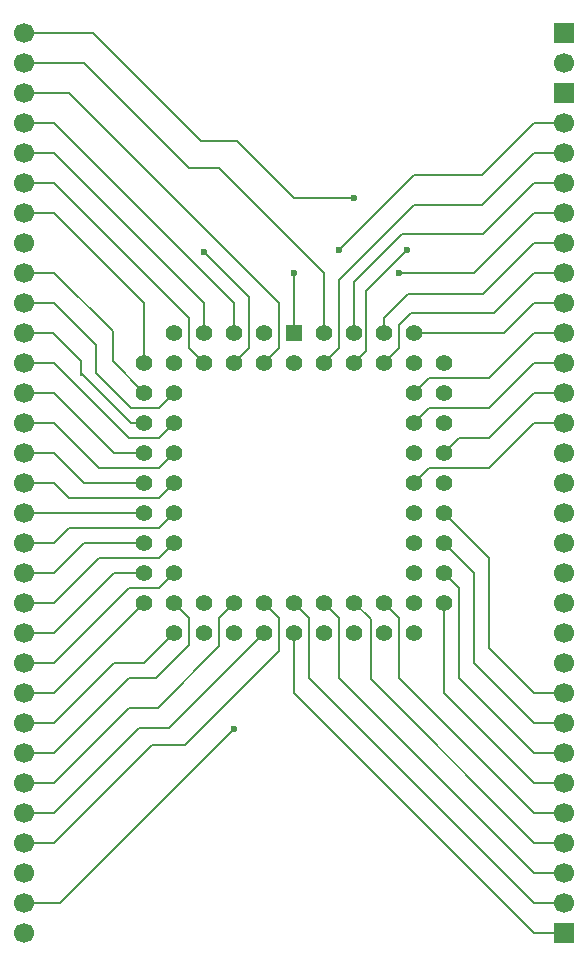
<source format=gtl>
G04 #@! TF.GenerationSoftware,KiCad,Pcbnew,9.0.1*
G04 #@! TF.CreationDate,2025-04-04T22:38:55+02:00*
G04 #@! TF.ProjectId,80286,38303238-362e-46b6-9963-61645f706362,rev?*
G04 #@! TF.SameCoordinates,Original*
G04 #@! TF.FileFunction,Copper,L1,Top*
G04 #@! TF.FilePolarity,Positive*
%FSLAX46Y46*%
G04 Gerber Fmt 4.6, Leading zero omitted, Abs format (unit mm)*
G04 Created by KiCad (PCBNEW 9.0.1) date 2025-04-04 22:38:55*
%MOMM*%
%LPD*%
G01*
G04 APERTURE LIST*
G04 #@! TA.AperFunction,ComponentPad*
%ADD10C,1.422400*%
G04 #@! TD*
G04 #@! TA.AperFunction,ComponentPad*
%ADD11R,1.422400X1.422400*%
G04 #@! TD*
G04 #@! TA.AperFunction,ComponentPad*
%ADD12C,1.700000*%
G04 #@! TD*
G04 #@! TA.AperFunction,ComponentPad*
%ADD13R,1.700000X1.700000*%
G04 #@! TD*
G04 #@! TA.AperFunction,ViaPad*
%ADD14C,0.600000*%
G04 #@! TD*
G04 #@! TA.AperFunction,Conductor*
%ADD15C,0.200000*%
G04 #@! TD*
G04 APERTURE END LIST*
D10*
X76200000Y-77900000D03*
X76200000Y-75360000D03*
X78740000Y-77900000D03*
X78740000Y-75360000D03*
X81280000Y-77900000D03*
X81280000Y-75360000D03*
X83820000Y-77900000D03*
X83820000Y-75360000D03*
X86360000Y-77900000D03*
X83820000Y-80440000D03*
X86360000Y-80440000D03*
X83820000Y-82980000D03*
X86360000Y-82980000D03*
X83820000Y-85520000D03*
X86360000Y-85520000D03*
X83820000Y-88060000D03*
X86360000Y-88060000D03*
X83820000Y-90600000D03*
X86360000Y-90600000D03*
X83820000Y-93140000D03*
X86360000Y-93140000D03*
X83820000Y-95680000D03*
X86360000Y-95680000D03*
X83820000Y-98220000D03*
X86360000Y-98220000D03*
X83820000Y-100760000D03*
X81280000Y-98220000D03*
X81280000Y-100760000D03*
X78740000Y-98220000D03*
X78740000Y-100760000D03*
X76200000Y-98220000D03*
X76200000Y-100760000D03*
X73660000Y-98220000D03*
X73660000Y-100760000D03*
X71120000Y-98220000D03*
X71120000Y-100760000D03*
X68580000Y-98220000D03*
X68580000Y-100760000D03*
X66040000Y-98220000D03*
X66040000Y-100760000D03*
X63500000Y-98220000D03*
X63500000Y-100760000D03*
X60960000Y-98220000D03*
X63500000Y-95680000D03*
X60960000Y-95680000D03*
X63500000Y-93140000D03*
X60960000Y-93140000D03*
X63500000Y-90600000D03*
X60960000Y-90600000D03*
X63500000Y-88060000D03*
X60960000Y-88060000D03*
X63500000Y-85520000D03*
X60960000Y-85520000D03*
X63500000Y-82980000D03*
X60960000Y-82980000D03*
X63500000Y-80440000D03*
X60960000Y-80440000D03*
X63500000Y-77900000D03*
X60960000Y-77900000D03*
X63500000Y-75360000D03*
X66040000Y-77900000D03*
X66040000Y-75360000D03*
X68580000Y-77900000D03*
X68580000Y-75360000D03*
X71120000Y-77900000D03*
X71120000Y-75360000D03*
X73660000Y-77900000D03*
D11*
X73660000Y-75360000D03*
D12*
X50800000Y-126150000D03*
X50800000Y-123610000D03*
X50800000Y-121070000D03*
X50800000Y-118530000D03*
X50800000Y-115990000D03*
X50800000Y-113450000D03*
X50800000Y-110910000D03*
X50800000Y-108370000D03*
X50800000Y-105830000D03*
X50800000Y-103290000D03*
X50800000Y-100750000D03*
X50800000Y-98210000D03*
X50800000Y-95670000D03*
X50800000Y-93130000D03*
X50800000Y-90590000D03*
X50800000Y-88050000D03*
X50800000Y-85510000D03*
X50800000Y-82970000D03*
X50800000Y-80430000D03*
X50800000Y-77890000D03*
X50800000Y-75350000D03*
X50800000Y-72810000D03*
X50800000Y-70270000D03*
X50800000Y-67730000D03*
X50800000Y-65190000D03*
X50800000Y-62650000D03*
X50800000Y-60110000D03*
X50800000Y-57570000D03*
X50800000Y-55030000D03*
X50800000Y-52490000D03*
X50800000Y-49950000D03*
D13*
X96520000Y-49960000D03*
D12*
X96520000Y-70280000D03*
D13*
X96520000Y-126160000D03*
D12*
X96520000Y-123620000D03*
X96520000Y-121080000D03*
X96520000Y-118540000D03*
X96520000Y-116000000D03*
X96520000Y-113460000D03*
X96520000Y-110920000D03*
X96520000Y-108380000D03*
X96520000Y-105840000D03*
X96520000Y-103300000D03*
X96520000Y-100760000D03*
X96520000Y-98220000D03*
X96520000Y-95680000D03*
X96520000Y-93140000D03*
X96520000Y-90600000D03*
X96520000Y-88060000D03*
X96520000Y-85520000D03*
X96520000Y-82980000D03*
X96520000Y-80440000D03*
X96520000Y-77900000D03*
X96520000Y-75360000D03*
X96520000Y-72820000D03*
X96520000Y-67740000D03*
X96520000Y-65200000D03*
X96520000Y-62660000D03*
X96520000Y-60120000D03*
X96520000Y-57580000D03*
D13*
X96520000Y-55040000D03*
D12*
X96520000Y-52500000D03*
D14*
X68580000Y-108888000D03*
X66040000Y-68502000D03*
X78740000Y-63930000D03*
X83185000Y-68375000D03*
X77470000Y-68375000D03*
X82550000Y-70280000D03*
X73660000Y-70280000D03*
D15*
X53858000Y-123610000D02*
X50800000Y-123610000D01*
X68580000Y-108888000D02*
X53858000Y-123610000D01*
X73660000Y-63930000D02*
X78740000Y-63930000D01*
X68834000Y-59104000D02*
X73660000Y-63930000D01*
X56632000Y-49950000D02*
X65786000Y-59104000D01*
X65786000Y-59104000D02*
X68834000Y-59104000D01*
X50800000Y-49950000D02*
X56632000Y-49950000D01*
X69850000Y-72820000D02*
X69850000Y-72312000D01*
X69850000Y-72312000D02*
X66040000Y-68502000D01*
X68580000Y-77900000D02*
X69850000Y-76630000D01*
X69850000Y-76630000D02*
X69850000Y-72820000D01*
X67310000Y-61390000D02*
X76200000Y-70280000D01*
X64770000Y-61390000D02*
X67310000Y-61390000D01*
X93980000Y-62660000D02*
X96520000Y-62660000D01*
X82804000Y-66978000D02*
X89662000Y-66978000D01*
X78740000Y-71042000D02*
X82804000Y-66978000D01*
X78740000Y-75360000D02*
X78740000Y-71042000D01*
X89662000Y-66978000D02*
X93980000Y-62660000D01*
X79752200Y-71807800D02*
X83185000Y-68375000D01*
X79752200Y-76887800D02*
X79752200Y-71807800D01*
X78740000Y-77900000D02*
X79752200Y-76887800D01*
X83820000Y-62025000D02*
X77470000Y-68375000D01*
X89535000Y-62025000D02*
X83820000Y-62025000D01*
X93980000Y-57580000D02*
X89535000Y-62025000D01*
X96520000Y-57580000D02*
X93980000Y-57580000D01*
X53340000Y-55040000D02*
X54610000Y-55040000D01*
X54610000Y-55040000D02*
X72390000Y-72820000D01*
X72390000Y-72820000D02*
X72390000Y-76630000D01*
X53330000Y-55030000D02*
X53340000Y-55040000D01*
X50800000Y-55030000D02*
X53330000Y-55030000D01*
X53330000Y-57570000D02*
X68580000Y-72820000D01*
X68580000Y-72820000D02*
X68580000Y-73455000D01*
X50800000Y-57570000D02*
X53330000Y-57570000D01*
X68580000Y-75360000D02*
X68580000Y-73455000D01*
X88900000Y-70280000D02*
X82550000Y-70280000D01*
X93980000Y-65200000D02*
X88900000Y-70280000D01*
X96520000Y-65200000D02*
X93980000Y-65200000D01*
X72390000Y-76630000D02*
X71120000Y-77900000D01*
X55870000Y-52490000D02*
X50800000Y-52490000D01*
X64770000Y-61390000D02*
X55870000Y-52490000D01*
X50810000Y-52500000D02*
X50800000Y-52490000D01*
X50810000Y-55040000D02*
X50800000Y-55030000D01*
X66040000Y-72820000D02*
X66040000Y-75360000D01*
X53330000Y-60110000D02*
X66040000Y-72820000D01*
X50800000Y-60110000D02*
X53330000Y-60110000D01*
X53330000Y-62650000D02*
X64770000Y-74090000D01*
X64770000Y-74090000D02*
X64770000Y-76630000D01*
X50800000Y-62650000D02*
X53330000Y-62650000D01*
X64770000Y-76630000D02*
X66040000Y-77900000D01*
X60960000Y-72820000D02*
X60960000Y-77900000D01*
X53330000Y-65190000D02*
X60960000Y-72820000D01*
X50800000Y-65190000D02*
X53330000Y-65190000D01*
X60960000Y-80440000D02*
X58293000Y-77773000D01*
X58293000Y-75233000D02*
X53330000Y-70270000D01*
X58293000Y-77773000D02*
X58293000Y-75233000D01*
X53330000Y-70270000D02*
X50800000Y-70270000D01*
X62230000Y-81710000D02*
X59817000Y-81710000D01*
X59817000Y-81710000D02*
X56896000Y-78789000D01*
X56896000Y-78789000D02*
X56896000Y-76376000D01*
X50810000Y-72820000D02*
X50800000Y-72810000D01*
X56896000Y-76376000D02*
X53340000Y-72820000D01*
X53340000Y-72820000D02*
X50810000Y-72820000D01*
X63500000Y-80440000D02*
X62230000Y-81710000D01*
X59817000Y-82980000D02*
X55626000Y-78789000D01*
X55626000Y-78906000D02*
X55626000Y-77763000D01*
X60960000Y-82980000D02*
X59817000Y-82980000D01*
X53213000Y-75350000D02*
X50800000Y-75350000D01*
X55626000Y-77763000D02*
X53213000Y-75350000D01*
X59690000Y-84250000D02*
X53330000Y-77890000D01*
X63500000Y-82980000D02*
X62230000Y-84250000D01*
X53330000Y-77890000D02*
X50800000Y-77890000D01*
X62230000Y-84250000D02*
X59690000Y-84250000D01*
X53340000Y-80440000D02*
X58420000Y-85520000D01*
X50810000Y-80440000D02*
X50800000Y-80430000D01*
X58420000Y-85520000D02*
X60960000Y-85520000D01*
X53340000Y-80440000D02*
X50810000Y-80440000D01*
X62230000Y-86790000D02*
X57150000Y-86790000D01*
X53340000Y-82980000D02*
X50810000Y-82980000D01*
X57150000Y-86790000D02*
X53340000Y-82980000D01*
X50810000Y-82980000D02*
X50800000Y-82970000D01*
X63500000Y-85520000D02*
X62230000Y-86790000D01*
X55880000Y-88060000D02*
X53330000Y-85510000D01*
X53330000Y-85510000D02*
X50800000Y-85510000D01*
X60960000Y-88060000D02*
X55880000Y-88060000D01*
X53330000Y-88050000D02*
X50800000Y-88050000D01*
X54610000Y-89330000D02*
X53330000Y-88050000D01*
X63500000Y-88060000D02*
X62230000Y-89330000D01*
X62230000Y-89330000D02*
X54610000Y-89330000D01*
X60960000Y-90600000D02*
X52070000Y-90600000D01*
X52060000Y-90590000D02*
X50800000Y-90590000D01*
X52070000Y-90600000D02*
X52060000Y-90590000D01*
X53340000Y-93140000D02*
X53330000Y-93130000D01*
X63500000Y-90600000D02*
X62230000Y-91870000D01*
X53330000Y-93130000D02*
X50800000Y-93130000D01*
X54610000Y-91870000D02*
X53340000Y-93140000D01*
X62230000Y-91870000D02*
X54610000Y-91870000D01*
X55880000Y-93140000D02*
X53350000Y-95670000D01*
X53350000Y-95670000D02*
X50800000Y-95670000D01*
X60960000Y-93140000D02*
X55880000Y-93140000D01*
X53340000Y-98220000D02*
X52070000Y-98220000D01*
X57150000Y-94410000D02*
X62230000Y-94410000D01*
X62230000Y-94410000D02*
X63500000Y-93140000D01*
X52060000Y-98210000D02*
X50800000Y-98210000D01*
X52070000Y-98220000D02*
X52060000Y-98210000D01*
X53340000Y-98220000D02*
X57150000Y-94410000D01*
X53340000Y-100760000D02*
X53330000Y-100750000D01*
X53340000Y-100760000D02*
X58420000Y-95680000D01*
X53330000Y-100750000D02*
X50800000Y-100750000D01*
X58420000Y-95680000D02*
X60960000Y-95680000D01*
X52060000Y-103290000D02*
X50800000Y-103290000D01*
X52070000Y-103300000D02*
X52060000Y-103290000D01*
X59690000Y-96950000D02*
X62230000Y-96950000D01*
X53340000Y-103300000D02*
X59690000Y-96950000D01*
X53340000Y-103300000D02*
X52070000Y-103300000D01*
X62230000Y-96950000D02*
X63500000Y-95680000D01*
X60960000Y-98220000D02*
X53340000Y-105840000D01*
X53340000Y-105840000D02*
X52070000Y-105840000D01*
X52070000Y-105840000D02*
X52060000Y-105830000D01*
X52060000Y-105830000D02*
X50800000Y-105830000D01*
X60960000Y-103300000D02*
X58420000Y-103300000D01*
X53340000Y-108380000D02*
X52070000Y-108380000D01*
X63500000Y-100760000D02*
X60960000Y-103300000D01*
X58420000Y-103300000D02*
X53340000Y-108380000D01*
X52060000Y-108370000D02*
X50800000Y-108370000D01*
X52070000Y-108380000D02*
X52060000Y-108370000D01*
X64770000Y-99490000D02*
X63500000Y-98220000D01*
X53330000Y-110910000D02*
X50800000Y-110910000D01*
X61976000Y-104570000D02*
X64770000Y-101776000D01*
X53340000Y-110920000D02*
X53330000Y-110910000D01*
X64770000Y-101776000D02*
X64770000Y-99490000D01*
X53340000Y-110920000D02*
X59690000Y-104570000D01*
X59690000Y-104570000D02*
X61976000Y-104570000D01*
X53340000Y-113460000D02*
X52070000Y-113460000D01*
X52070000Y-113460000D02*
X52060000Y-113450000D01*
X67310000Y-99490000D02*
X67310000Y-101903000D01*
X52060000Y-113450000D02*
X50800000Y-113450000D01*
X67310000Y-101903000D02*
X62103000Y-107110000D01*
X62103000Y-107110000D02*
X59690000Y-107110000D01*
X59690000Y-107110000D02*
X53340000Y-113460000D01*
X68580000Y-98220000D02*
X67310000Y-99490000D01*
X63055500Y-108824500D02*
X60515500Y-108824500D01*
X53340000Y-116000000D02*
X53330000Y-115990000D01*
X60515500Y-108824500D02*
X53340000Y-116000000D01*
X53330000Y-115990000D02*
X50800000Y-115990000D01*
X71120000Y-100760000D02*
X63055500Y-108824500D01*
X72390000Y-102284000D02*
X64452500Y-110221500D01*
X61658500Y-110221500D02*
X53340000Y-118540000D01*
X71120000Y-98220000D02*
X72390000Y-99490000D01*
X64452500Y-110221500D02*
X61658500Y-110221500D01*
X53340000Y-118540000D02*
X53330000Y-118530000D01*
X53330000Y-118530000D02*
X50800000Y-118530000D01*
X72390000Y-99490000D02*
X72390000Y-102284000D01*
X93980000Y-126160000D02*
X73660000Y-105840000D01*
X93980000Y-126160000D02*
X96520000Y-126160000D01*
X73660000Y-105840000D02*
X73660000Y-100760000D01*
X74930000Y-104570000D02*
X74930000Y-99490000D01*
X93980000Y-123620000D02*
X96520000Y-123620000D01*
X93980000Y-123620000D02*
X74930000Y-104570000D01*
X74930000Y-99490000D02*
X73660000Y-98220000D01*
X77470000Y-104570000D02*
X77470000Y-99490000D01*
X93980000Y-121080000D02*
X96520000Y-121080000D01*
X93980000Y-121080000D02*
X77470000Y-104570000D01*
X77470000Y-99490000D02*
X76200000Y-98220000D01*
X80137000Y-99617000D02*
X78740000Y-98220000D01*
X93980000Y-118540000D02*
X96520000Y-118540000D01*
X80137000Y-104697000D02*
X80137000Y-99617000D01*
X93980000Y-118540000D02*
X80137000Y-104697000D01*
X93980000Y-116000000D02*
X96520000Y-116000000D01*
X82550000Y-104570000D02*
X82550000Y-99490000D01*
X93980000Y-116000000D02*
X82550000Y-104570000D01*
X82550000Y-99490000D02*
X81280000Y-98220000D01*
X93980000Y-113460000D02*
X96520000Y-113460000D01*
X93980000Y-113460000D02*
X86360000Y-105840000D01*
X86360000Y-105840000D02*
X86360000Y-98220000D01*
X93980000Y-110920000D02*
X87630000Y-104570000D01*
X93980000Y-110920000D02*
X96520000Y-110920000D01*
X87630000Y-104570000D02*
X87630000Y-96950000D01*
X87630000Y-96950000D02*
X86360000Y-95680000D01*
X93980000Y-108380000D02*
X96520000Y-108380000D01*
X93980000Y-108380000D02*
X88900000Y-103300000D01*
X88900000Y-103300000D02*
X88900000Y-95680000D01*
X88900000Y-95680000D02*
X86360000Y-93140000D01*
X90170000Y-94410000D02*
X90170000Y-102030000D01*
X86360000Y-90600000D02*
X90170000Y-94410000D01*
X93980000Y-105840000D02*
X96520000Y-105840000D01*
X90170000Y-102030000D02*
X93980000Y-105840000D01*
X83820000Y-88060000D02*
X85090000Y-86790000D01*
X90170000Y-86790000D02*
X93980000Y-82980000D01*
X93980000Y-82980000D02*
X96520000Y-82980000D01*
X85090000Y-86790000D02*
X90170000Y-86790000D01*
X87630000Y-84250000D02*
X90170000Y-84250000D01*
X93980000Y-80440000D02*
X96520000Y-80440000D01*
X90170000Y-84250000D02*
X93980000Y-80440000D01*
X86360000Y-85520000D02*
X87630000Y-84250000D01*
X83820000Y-82980000D02*
X85090000Y-81710000D01*
X85090000Y-81710000D02*
X90170000Y-81710000D01*
X90170000Y-81710000D02*
X93980000Y-77900000D01*
X93980000Y-77900000D02*
X96520000Y-77900000D01*
X93980000Y-75360000D02*
X96520000Y-75360000D01*
X90170000Y-79170000D02*
X93980000Y-75360000D01*
X85090000Y-79170000D02*
X90170000Y-79170000D01*
X83820000Y-80440000D02*
X85090000Y-79170000D01*
X83820000Y-75360000D02*
X91440000Y-75360000D01*
X91440000Y-75360000D02*
X93980000Y-72820000D01*
X93980000Y-72820000D02*
X96520000Y-72820000D01*
X93980000Y-67740000D02*
X89662000Y-72058000D01*
X81280000Y-74090000D02*
X81280000Y-75360000D01*
X93980000Y-67740000D02*
X96520000Y-67740000D01*
X83312000Y-72058000D02*
X81280000Y-74090000D01*
X89662000Y-72058000D02*
X83312000Y-72058000D01*
X83566000Y-73709000D02*
X90551000Y-73709000D01*
X82550000Y-76630000D02*
X82550000Y-74725000D01*
X82550000Y-74725000D02*
X83566000Y-73709000D01*
X93980000Y-70280000D02*
X96520000Y-70280000D01*
X81280000Y-77900000D02*
X82550000Y-76630000D01*
X90551000Y-73709000D02*
X93980000Y-70280000D01*
X93980000Y-60120000D02*
X96520000Y-60120000D01*
X89535000Y-64565000D02*
X93980000Y-60120000D01*
X83820000Y-64565000D02*
X89535000Y-64565000D01*
X76200000Y-77900000D02*
X77470000Y-76630000D01*
X77470000Y-76630000D02*
X77470000Y-70915000D01*
X77470000Y-70915000D02*
X83820000Y-64565000D01*
X76200000Y-70280000D02*
X76200000Y-75360000D01*
X73660000Y-75360000D02*
X73660000Y-70280000D01*
M02*

</source>
